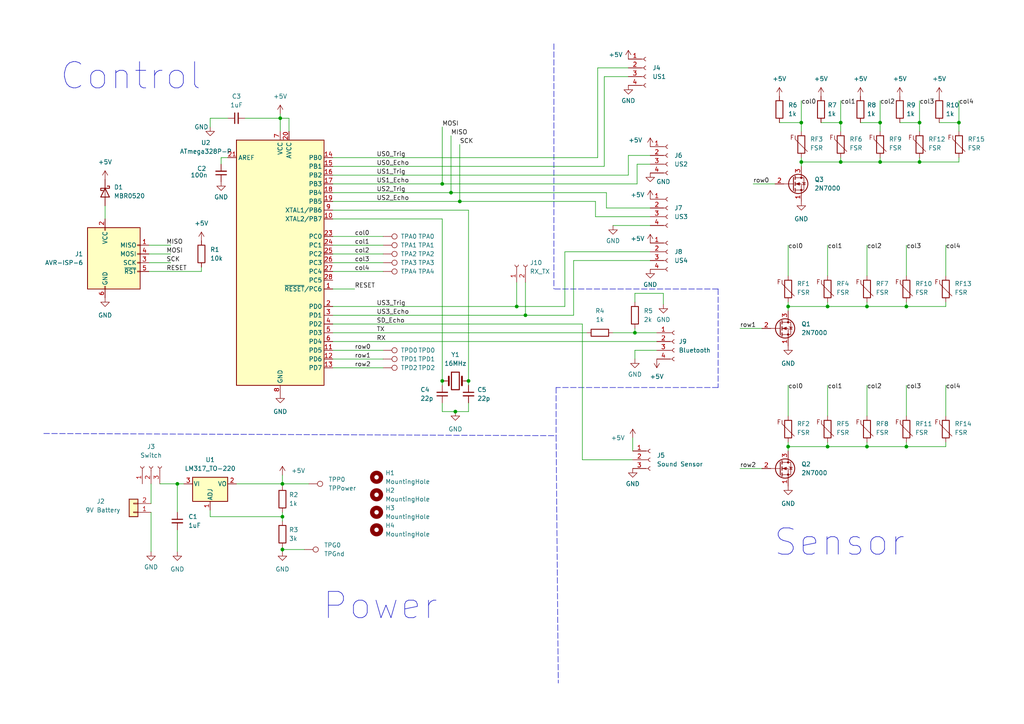
<source format=kicad_sch>
(kicad_sch (version 20211123) (generator eeschema)
  (paper "A4")
  (lib_symbols
    (symbol "Connector:AVR-ISP-6" (pin_names (offset 1.016))
      (property "Reference" "J" (at -6.35 11.43 0))
      (property "Value" "AVR-ISP-6" (at 0 11.43 0))
      (symbol "AVR-ISP-6_0_1"
        (rectangle (start -2.667 -6.858) (end -2.413 -7.62))
        (rectangle (start -2.667 10.16) (end -2.413 9.398))
        (rectangle (start 7.62 -2.413) (end 6.858 -2.667))
        (rectangle (start 7.62 0.127) (end 6.858 -0.127))
        (rectangle (start 7.62 2.667) (end 6.858 2.413))
        (rectangle (start 7.62 5.207) (end 6.858 4.953))
        (rectangle (start 7.62 10.16) (end -7.62 -7.62) (stroke (width 0.254)) (fill (type background)))
      )
      (symbol "AVR-ISP-6_1_1"
        (pin passive line (at 10.16 5.08 180) (length 2.54) (name "MISO") (number "1"))
        (pin passive line (at -2.54 12.7 270) (length 2.54) (name "VCC") (number "2"))
        (pin passive line (at 10.16 0 180) (length 2.54) (name "SCK") (number "3"))
        (pin passive line (at 10.16 2.54 180) (length 2.54) (name "MOSI") (number "4"))
        (pin passive line (at 10.16 -2.54 180) (length 2.54) (name "~{RST}") (number "5"))
        (pin passive line (at -2.54 -10.16 90) (length 2.54) (name "GND") (number "6"))
      )
    )
    (symbol "Connector:Conn_01x02_Female" (pin_names (offset 1.016) hide)
      (property "Reference" "J" (at 0 2.54 0))
      (property "Value" "Conn_01x02_Female" (at 0 -5.08 0))
      (symbol "Conn_01x02_Female_1_1"
        (arc (start 0 -2.032) (mid -0.508 -2.54) (end 0 -3.048) (stroke (width 0.1524)))
        (polyline (pts (xy -1.27 -2.54) (xy -0.508 -2.54)) (stroke (width 0.1524)))
        (polyline (pts (xy -1.27 0) (xy -0.508 0)) (stroke (width 0.1524)))
        (arc (start 0 0.508) (mid -0.508 0) (end 0 -0.508) (stroke (width 0.1524)))
        (pin passive line (at -5.08 0 0) (length 3.81) (name "Pin_1") (number "1"))
        (pin passive line (at -5.08 -2.54 0) (length 3.81) (name "Pin_2") (number "2"))
      )
    )
    (symbol "Connector:Conn_01x03_Female" (pin_names (offset 1.016) hide)
      (property "Reference" "J" (at 0 5.08 0))
      (property "Value" "Conn_01x03_Female" (at 0 -5.08 0))
      (symbol "Conn_01x03_Female_1_1"
        (arc (start 0 -2.032) (mid -0.508 -2.54) (end 0 -3.048) (stroke (width 0.1524)))
        (polyline (pts (xy -1.27 -2.54) (xy -0.508 -2.54)) (stroke (width 0.1524)))
        (polyline (pts (xy -1.27 0) (xy -0.508 0)) (stroke (width 0.1524)))
        (polyline (pts (xy -1.27 2.54) (xy -0.508 2.54)) (stroke (width 0.1524)))
        (arc (start 0 0.508) (mid -0.508 0) (end 0 -0.508) (stroke (width 0.1524)))
        (arc (start 0 3.048) (mid -0.508 2.54) (end 0 2.032) (stroke (width 0.1524)))
        (pin passive line (at -5.08 2.54 0) (length 3.81) (name "Pin_1") (number "1"))
        (pin passive line (at -5.08 0 0) (length 3.81) (name "Pin_2") (number "2"))
        (pin passive line (at -5.08 -2.54 0) (length 3.81) (name "Pin_3") (number "3"))
      )
    )
    (symbol "Connector:Conn_01x04_Female" (pin_names (offset 1.016) hide)
      (property "Reference" "J" (at 0 5.08 0))
      (property "Value" "Conn_01x04_Female" (at 0 -7.62 0))
      (symbol "Conn_01x04_Female_1_1"
        (arc (start 0 -4.572) (mid -0.508 -5.08) (end 0 -5.588) (stroke (width 0.1524)))
        (arc (start 0 -2.032) (mid -0.508 -2.54) (end 0 -3.048) (stroke (width 0.1524)))
        (polyline (pts (xy -1.27 -5.08) (xy -0.508 -5.08)) (stroke (width 0.1524)))
        (polyline (pts (xy -1.27 -2.54) (xy -0.508 -2.54)) (stroke (width 0.1524)))
        (polyline (pts (xy -1.27 0) (xy -0.508 0)) (stroke (width 0.1524)))
        (polyline (pts (xy -1.27 2.54) (xy -0.508 2.54)) (stroke (width 0.1524)))
        (arc (start 0 0.508) (mid -0.508 0) (end 0 -0.508) (stroke (width 0.1524)))
        (arc (start 0 3.048) (mid -0.508 2.54) (end 0 2.032) (stroke (width 0.1524)))
        (pin passive line (at -5.08 2.54 0) (length 3.81) (name "Pin_1") (number "1"))
        (pin passive line (at -5.08 0 0) (length 3.81) (name "Pin_2") (number "2"))
        (pin passive line (at -5.08 -2.54 0) (length 3.81) (name "Pin_3") (number "3"))
        (pin passive line (at -5.08 -5.08 0) (length 3.81) (name "Pin_4") (number "4"))
      )
    )
    (symbol "Connector:TestPoint" (pin_numbers hide) (pin_names (offset 0.762) hide)
      (property "Reference" "TP" (at 0 6.858 0))
      (property "Value" "TestPoint" (at 0 5.08 0))
      (symbol "TestPoint_0_1"
        (circle (center 0 3.302) (radius 0.762))
      )
      (symbol "TestPoint_1_1"
        (pin passive line (at 0 0 90) (length 2.54) (name "1") (number "1"))
      )
    )
    (symbol "Connector_Generic:Conn_01x02" (pin_names (offset 1.016) hide)
      (property "Reference" "J" (at 0 2.54 0))
      (property "Value" "Conn_01x02" (at 0 -5.08 0))
      (symbol "Conn_01x02_1_1"
        (rectangle (start -1.27 -2.413) (end 0 -2.667) (stroke (width 0.1524)))
        (rectangle (start -1.27 0.127) (end 0 -0.127) (stroke (width 0.1524)))
        (rectangle (start -1.27 1.27) (end 1.27 -3.81) (stroke (width 0.254)) (fill (type background)))
        (pin passive line (at -5.08 0 0) (length 3.81) (name "Pin_1") (number "1"))
        (pin passive line (at -5.08 -2.54 0) (length 3.81) (name "Pin_2") (number "2"))
      )
    )
    (symbol "Device:C_Small" (pin_numbers hide) (pin_names (offset 0.254) hide)
      (property "Reference" "C" (at 0.254 1.778 0))
      (property "Value" "C_Small" (at 0.254 -2.032 0))
      (symbol "C_Small_0_1"
        (polyline (pts (xy -1.524 -0.508) (xy 1.524 -0.508)) (stroke (width 0.3302)))
        (polyline (pts (xy -1.524 0.508) (xy 1.524 0.508)) (stroke (width 0.3048)))
      )
      (symbol "C_Small_1_1"
        (pin passive line (at 0 2.54 270) (length 2.032) (name "~") (number "1"))
        (pin passive line (at 0 -2.54 90) (length 2.032) (name "~") (number "2"))
      )
    )
    (symbol "Device:Crystal" (pin_numbers hide) (pin_names (offset 1.016) hide)
      (property "Reference" "Y" (at 0 3.81 0))
      (property "Value" "Crystal" (at 0 -3.81 0))
      (symbol "Crystal_0_1"
        (rectangle (start -1.143 2.54) (end 1.143 -2.54) (stroke (width 0.3048)))
        (polyline (pts (xy -2.54 0) (xy -1.905 0)))
        (polyline (pts (xy -1.905 -1.27) (xy -1.905 1.27)) (stroke (width 0.508)))
        (polyline (pts (xy 1.905 -1.27) (xy 1.905 1.27)) (stroke (width 0.508)))
        (polyline (pts (xy 2.54 0) (xy 1.905 0)))
      )
      (symbol "Crystal_1_1"
        (pin passive line (at -3.81 0 0) (length 1.27) (name "1") (number "1"))
        (pin passive line (at 3.81 0 180) (length 1.27) (name "2") (number "2"))
      )
    )
    (symbol "Device:R" (pin_numbers hide) (pin_names (offset 0))
      (property "Reference" "R" (at 2.032 0 90))
      (property "Value" "R" (at 0 0 90))
      (symbol "R_0_1"
        (rectangle (start -1.016 -2.54) (end 1.016 2.54) (stroke (width 0.254)))
      )
      (symbol "R_1_1"
        (pin passive line (at 0 3.81 270) (length 1.27) (name "~") (number "1"))
        (pin passive line (at 0 -3.81 90) (length 1.27) (name "~") (number "2"))
      )
    )
    (symbol "Diode:MBR0520" (pin_numbers hide) (pin_names (offset 1.016) hide)
      (property "Reference" "D" (at 0 2.54 0))
      (property "Value" "MBR0520" (at 0 -2.54 0))
      (symbol "MBR0520_0_1"
        (polyline (pts (xy 1.27 0) (xy -1.27 0)))
        (polyline (pts (xy 1.27 1.27) (xy 1.27 -1.27) (xy -1.27 0) (xy 1.27 1.27)) (stroke (width 0.254)))
        (polyline (pts (xy -1.905 0.635) (xy -1.905 1.27) (xy -1.27 1.27) (xy -1.27 -1.27) (xy -0.635 -1.27) (xy -0.635 -0.635)) (stroke (width 0.254)))
      )
      (symbol "MBR0520_1_1"
        (pin passive line (at -3.81 0 0) (length 2.54) (name "K") (number "1"))
        (pin passive line (at 3.81 0 180) (length 2.54) (name "A") (number "2"))
      )
    )
    (symbol "MCU_Microchip_ATmega:ATmega328P-P"
      (property "Reference" "U" (at -12.7 36.83 0))
      (property "Value" "ATmega328P-P" (at 2.54 -36.83 0))
      (symbol "ATmega328P-P_0_1"
        (rectangle (start -12.7 -35.56) (end 12.7 35.56) (stroke (width 0.254)) (fill (type background)))
      )
      (symbol "ATmega328P-P_1_1"
        (pin bidirectional line (at 15.24 -7.62 180) (length 2.54) (name "~{RESET}/PC6") (number "1"))
        (pin bidirectional line (at 15.24 12.7 180) (length 2.54) (name "XTAL2/PB7") (number "10"))
        (pin bidirectional line (at 15.24 -25.4 180) (length 2.54) (name "PD5") (number "11"))
        (pin bidirectional line (at 15.24 -27.94 180) (length 2.54) (name "PD6") (number "12"))
        (pin bidirectional line (at 15.24 -30.48 180) (length 2.54) (name "PD7") (number "13"))
        (pin bidirectional line (at 15.24 30.48 180) (length 2.54) (name "PB0") (number "14"))
        (pin bidirectional line (at 15.24 27.94 180) (length 2.54) (name "PB1") (number "15"))
        (pin bidirectional line (at 15.24 25.4 180) (length 2.54) (name "PB2") (number "16"))
        (pin bidirectional line (at 15.24 22.86 180) (length 2.54) (name "PB3") (number "17"))
        (pin bidirectional line (at 15.24 20.32 180) (length 2.54) (name "PB4") (number "18"))
        (pin bidirectional line (at 15.24 17.78 180) (length 2.54) (name "PB5") (number "19"))
        (pin bidirectional line (at 15.24 -12.7 180) (length 2.54) (name "PD0") (number "2"))
        (pin power_in line (at 2.54 38.1 270) (length 2.54) (name "AVCC") (number "20"))
        (pin passive line (at -15.24 30.48 0) (length 2.54) (name "AREF") (number "21"))
        (pin passive line (at 0 -38.1 90) (length 2.54) hide (name "GND") (number "22"))
        (pin bidirectional line (at 15.24 7.62 180) (length 2.54) (name "PC0") (number "23"))
        (pin bidirectional line (at 15.24 5.08 180) (length 2.54) (name "PC1") (number "24"))
        (pin bidirectional line (at 15.24 2.54 180) (length 2.54) (name "PC2") (number "25"))
        (pin bidirectional line (at 15.24 0 180) (length 2.54) (name "PC3") (number "26"))
        (pin bidirectional line (at 15.24 -2.54 180) (length 2.54) (name "PC4") (number "27"))
        (pin bidirectional line (at 15.24 -5.08 180) (length 2.54) (name "PC5") (number "28"))
        (pin bidirectional line (at 15.24 -15.24 180) (length 2.54) (name "PD1") (number "3"))
        (pin bidirectional line (at 15.24 -17.78 180) (length 2.54) (name "PD2") (number "4"))
        (pin bidirectional line (at 15.24 -20.32 180) (length 2.54) (name "PD3") (number "5"))
        (pin bidirectional line (at 15.24 -22.86 180) (length 2.54) (name "PD4") (number "6"))
        (pin power_in line (at 0 38.1 270) (length 2.54) (name "VCC") (number "7"))
        (pin power_in line (at 0 -38.1 90) (length 2.54) (name "GND") (number "8"))
        (pin bidirectional line (at 15.24 15.24 180) (length 2.54) (name "XTAL1/PB6") (number "9"))
      )
    )
    (symbol "Mechanical:MountingHole" (pin_names (offset 1.016))
      (property "Reference" "H" (at 0 5.08 0))
      (property "Value" "MountingHole" (at 0 3.175 0))
      (symbol "MountingHole_0_1"
        (circle (center 0 0) (radius 1.27) (stroke (width 1.27)))
      )
    )
    (symbol "Regulator_Linear:LM317_TO-220" (pin_names (offset 0.254))
      (property "Reference" "U" (at -3.81 3.175 0))
      (property "Value" "LM317_TO-220" (at 0 3.175 0))
      (symbol "LM317_TO-220_0_1"
        (rectangle (start -5.08 1.905) (end 5.08 -5.08) (stroke (width 0.254)) (fill (type background)))
      )
      (symbol "LM317_TO-220_1_1"
        (pin input line (at 0 -7.62 90) (length 2.54) (name "ADJ") (number "1"))
        (pin power_out line (at 7.62 0 180) (length 2.54) (name "VO") (number "2"))
        (pin power_in line (at -7.62 0 0) (length 2.54) (name "VI") (number "3"))
      )
    )
    (symbol "Transistor_FET:2N7000" (pin_names hide)
      (property "Reference" "Q" (at 5.08 1.905 0))
      (property "Value" "2N7000" (at 5.08 0 0))
      (symbol "2N7000_0_1"
        (polyline (pts (xy 0.254 0) (xy -2.54 0)))
        (polyline (pts (xy 0.254 1.905) (xy 0.254 -1.905)) (stroke (width 0.254)))
        (polyline (pts (xy 0.762 -1.27) (xy 0.762 -2.286)) (stroke (width 0.254)))
        (polyline (pts (xy 0.762 0.508) (xy 0.762 -0.508)) (stroke (width 0.254)))
        (polyline (pts (xy 0.762 2.286) (xy 0.762 1.27)) (stroke (width 0.254)))
        (polyline (pts (xy 2.54 2.54) (xy 2.54 1.778)))
        (polyline (pts (xy 2.54 -2.54) (xy 2.54 0) (xy 0.762 0)))
        (polyline (pts (xy 0.762 -1.778) (xy 3.302 -1.778) (xy 3.302 1.778) (xy 0.762 1.778)))
        (polyline (pts (xy 1.016 0) (xy 2.032 0.381) (xy 2.032 -0.381) (xy 1.016 0)) (fill (type outline)))
        (polyline (pts (xy 2.794 0.508) (xy 2.921 0.381) (xy 3.683 0.381) (xy 3.81 0.254)))
        (polyline (pts (xy 3.302 0.381) (xy 2.921 -0.254) (xy 3.683 -0.254) (xy 3.302 0.381)))
        (circle (center 1.651 0) (radius 2.794) (stroke (width 0.254)))
        (circle (center 2.54 -1.778) (radius 0.254) (fill (type outline)))
        (circle (center 2.54 1.778) (radius 0.254) (fill (type outline)))
      )
      (symbol "2N7000_1_1"
        (pin passive line (at 2.54 -5.08 90) (length 2.54) (name "S") (number "1"))
        (pin input line (at -5.08 0 0) (length 2.54) (name "G") (number "2"))
        (pin passive line (at 2.54 5.08 270) (length 2.54) (name "D") (number "3"))
      )
    )
    (symbol "fsr:FSR" (pin_numbers hide) (pin_names (offset 0) hide)
      (property "Reference" "RF" (at -3.302 0 90))
      (property "Value" "FSR" (at 2.54 0 90))
      (symbol "FSR_0_1"
        (rectangle (start -1.016 2.54) (end 1.016 -2.54) (stroke (width 0.254)))
        (polyline (pts (xy -1.778 2.54) (xy -1.778 1.524) (xy 1.778 -2.032)))
      )
      (symbol "FSR_1_1"
        (text "F" (at -2.032 2.032 0) (effects (font (size 1.27 1.27)) (justify right)))
        (pin passive line (at 0 3.81 270) (length 1.27) (name "~") (number "1"))
        (pin passive line (at 0 -3.81 90) (length 1.27) (name "~") (number "2"))
      )
    )
    (symbol "power:+5V" (power) (pin_names (offset 0))
      (property "Value" "+5V" (at 0 3.556 0))
      (symbol "+5V_0_1"
        (polyline (pts (xy -0.762 1.27) (xy 0 2.54)))
        (polyline (pts (xy 0 0) (xy 0 2.54)))
        (polyline (pts (xy 0 2.54) (xy 0.762 1.27)))
      )
      (symbol "+5V_1_1"
        (pin power_in line (at 0 0 90) (length 0) hide (name "+5V") (number "1"))
      )
    )
    (symbol "power:GND" (power) (pin_names (offset 0))
      (property "Value" "GND" (at 0 -3.81 0))
      (symbol "GND_0_1"
        (polyline (pts (xy 0 0) (xy 0 -1.27) (xy 1.27 -1.27) (xy 0 -2.54) (xy -1.27 -1.27) (xy 0 -1.27)))
      )
      (symbol "GND_1_1"
        (pin power_in line (at 0 0 270) (length 0) hide (name "GND") (number "1"))
      )
    )
  )
  (junction (at 243.84 46.99))
  (junction (at 81.915 140.335))
  (junction (at 51.435 140.335))
  (junction (at 266.7 35.56))
  (junction (at 81.28 34.29))
  (junction (at 262.89 129.54))
  (junction (at 243.84 35.56))
  (junction (at 278.13 35.56))
  (junction (at 262.89 88.9))
  (junction (at 255.27 35.56))
  (junction (at 81.915 159.385))
  (junction (at 251.46 88.9))
  (junction (at 240.03 129.54))
  (junction (at 133.35 58.42))
  (junction (at 152.4 91.44))
  (junction (at 240.03 88.9))
  (junction (at 128.27 110.49))
  (junction (at 149.86 88.9))
  (junction (at 135.89 110.49))
  (junction (at 228.6 129.54))
  (junction (at 251.46 129.54))
  (junction (at 81.915 149.86))
  (junction (at 255.27 46.99))
  (junction (at 130.81 55.88))
  (junction (at 132.08 119.38))
  (junction (at 266.7 46.99))
  (junction (at 128.27 53.34))
  (junction (at 184.15 96.52))
  (junction (at 232.41 35.56))
  (junction (at 228.6 88.9))
  (junction (at 232.41 46.99))
  (wire (pts (xy 43.18 76.2) (xy 49.53 76.2)))
  (wire (pts (xy 96.52 63.5) (xy 128.27 63.5)))
  (wire (pts (xy 278.13 29.21) (xy 278.13 35.56)))
  (wire (pts (xy 272.415 35.56) (xy 278.13 35.56)))
  (wire (pts (xy 130.81 39.37) (xy 130.81 55.88)))
  (wire (pts (xy 68.58 140.335) (xy 81.915 140.335)))
  (wire (pts (xy 232.41 45.72) (xy 232.41 46.99)))
  (wire (pts (xy 232.41 29.21) (xy 232.41 35.56)))
  (wire (pts (xy 81.28 34.29) (xy 81.28 33.02)))
  (wire (pts (xy 175.895 60.325) (xy 188.595 60.325)))
  (wire (pts (xy 172.72 58.42) (xy 172.72 62.865)))
  (wire (pts (xy 166.37 75.565) (xy 166.37 91.44)))
  (wire (pts (xy 262.89 71.12) (xy 262.89 80.01)))
  (wire (pts (xy 175.895 55.88) (xy 175.895 60.325)))
  (wire (pts (xy 228.6 129.54) (xy 228.6 130.81)))
  (wire (pts (xy 96.52 53.34) (xy 128.27 53.34)))
  (wire (pts (xy 60.96 34.29) (xy 60.96 36.83)))
  (wire (pts (xy 173.355 19.685) (xy 173.355 45.72)))
  (wire (pts (xy 240.03 88.9) (xy 251.46 88.9)))
  (wire (pts (xy 64.135 45.72) (xy 64.135 47.625)))
  (wire (pts (xy 96.52 96.52) (xy 170.18 96.52)))
  (wire (pts (xy 240.03 128.27) (xy 240.03 129.54)))
  (wire (pts (xy 132.08 119.38) (xy 135.89 119.38)))
  (wire (pts (xy 51.435 148.59) (xy 51.435 140.335)))
  (wire (pts (xy 251.46 71.12) (xy 251.46 80.01)))
  (wire (pts (xy 168.91 133.35) (xy 183.515 133.35)))
  (wire (pts (xy 228.6 111.76) (xy 228.6 120.65)))
  (wire (pts (xy 96.52 101.6) (xy 111.125 101.6)))
  (wire (pts (xy 274.32 71.12) (xy 274.32 80.01)))
  (wire (pts (xy 262.89 111.76) (xy 262.89 120.65)))
  (wire (pts (xy 58.42 78.74) (xy 58.42 77.47)))
  (wire (pts (xy 168.91 93.98) (xy 168.91 133.35)))
  (wire (pts (xy 173.355 19.685) (xy 182.245 19.685)))
  (wire (pts (xy 43.18 78.74) (xy 58.42 78.74)))
  (polyline (pts (xy 161.29 112.395) (xy 161.29 126.365)))
  (wire (pts (xy 96.52 50.8) (xy 182.245 50.8)))
  (wire (pts (xy 188.595 65.405) (xy 177.8 65.405)))
  (polyline (pts (xy 208.28 112.395) (xy 161.29 112.395)))
  (wire (pts (xy 274.32 129.54) (xy 274.32 128.27)))
  (wire (pts (xy 232.41 46.99) (xy 232.41 48.26)))
  (wire (pts (xy 43.18 73.66) (xy 49.53 73.66)))
  (wire (pts (xy 249.555 35.56) (xy 255.27 35.56)))
  (polyline (pts (xy 12.7 125.73) (xy 161.29 126.365)))
  (wire (pts (xy 89.535 140.335) (xy 81.915 140.335)))
  (wire (pts (xy 81.915 149.86) (xy 81.915 151.13)))
  (wire (pts (xy 262.89 129.54) (xy 274.32 129.54)))
  (wire (pts (xy 96.52 58.42) (xy 133.35 58.42)))
  (wire (pts (xy 228.6 87.63) (xy 228.6 88.9)))
  (wire (pts (xy 182.245 50.8) (xy 182.245 45.085)))
  (wire (pts (xy 266.7 46.99) (xy 266.7 45.72)))
  (wire (pts (xy 96.52 99.06) (xy 190.5 99.06)))
  (wire (pts (xy 190.5 101.6) (xy 184.15 101.6)))
  (wire (pts (xy 214.63 135.89) (xy 220.98 135.89)))
  (wire (pts (xy 130.81 55.88) (xy 175.895 55.88)))
  (wire (pts (xy 135.89 60.96) (xy 96.52 60.96)))
  (wire (pts (xy 51.435 153.67) (xy 51.435 160.02)))
  (polyline (pts (xy 161.29 126.365) (xy 161.925 198.12)))
  (wire (pts (xy 83.82 34.29) (xy 81.28 34.29)))
  (wire (pts (xy 240.03 87.63) (xy 240.03 88.9)))
  (wire (pts (xy 243.84 45.72) (xy 243.84 46.99)))
  (wire (pts (xy 243.84 46.99) (xy 255.27 46.99)))
  (wire (pts (xy 81.915 148.59) (xy 81.915 149.86)))
  (wire (pts (xy 184.15 96.52) (xy 177.8 96.52)))
  (wire (pts (xy 251.46 88.9) (xy 251.46 87.63)))
  (wire (pts (xy 128.27 36.83) (xy 128.27 53.34)))
  (wire (pts (xy 262.89 129.54) (xy 262.89 128.27)))
  (wire (pts (xy 135.89 119.38) (xy 135.89 116.84)))
  (wire (pts (xy 43.18 71.12) (xy 49.53 71.12)))
  (wire (pts (xy 240.03 129.54) (xy 251.46 129.54)))
  (wire (pts (xy 132.08 119.38) (xy 128.27 119.38)))
  (wire (pts (xy 66.04 34.29) (xy 60.96 34.29)))
  (wire (pts (xy 133.35 41.91) (xy 133.35 58.42)))
  (wire (pts (xy 214.63 95.25) (xy 220.98 95.25)))
  (wire (pts (xy 96.52 45.72) (xy 173.355 45.72)))
  (wire (pts (xy 240.03 71.12) (xy 240.03 80.01)))
  (polyline (pts (xy 160.655 12.7) (xy 160.655 83.82)))
  (wire (pts (xy 128.27 119.38) (xy 128.27 116.84)))
  (wire (pts (xy 218.44 53.34) (xy 224.79 53.34)))
  (wire (pts (xy 274.32 111.76) (xy 274.32 120.65)))
  (wire (pts (xy 81.915 137.795) (xy 81.915 140.335)))
  (wire (pts (xy 96.52 83.82) (xy 102.87 83.82)))
  (wire (pts (xy 255.27 46.99) (xy 255.27 45.72)))
  (wire (pts (xy 96.52 71.12) (xy 111.125 71.12)))
  (wire (pts (xy 71.12 34.29) (xy 81.28 34.29)))
  (wire (pts (xy 251.46 111.76) (xy 251.46 120.65)))
  (wire (pts (xy 255.27 35.56) (xy 255.27 38.1)))
  (wire (pts (xy 96.52 78.74) (xy 111.125 78.74)))
  (wire (pts (xy 240.03 111.76) (xy 240.03 120.65)))
  (wire (pts (xy 228.6 71.12) (xy 228.6 80.01)))
  (wire (pts (xy 96.52 88.9) (xy 149.86 88.9)))
  (wire (pts (xy 232.41 35.56) (xy 232.41 38.1)))
  (wire (pts (xy 190.5 96.52) (xy 184.15 96.52)))
  (wire (pts (xy 243.84 46.99) (xy 232.41 46.99)))
  (polyline (pts (xy 208.28 83.82) (xy 160.655 83.82)))
  (wire (pts (xy 43.815 148.59) (xy 43.815 160.02)))
  (wire (pts (xy 182.245 45.085) (xy 188.595 45.085)))
  (wire (pts (xy 184.785 53.34) (xy 184.785 47.625)))
  (wire (pts (xy 255.27 46.99) (xy 266.7 46.99)))
  (wire (pts (xy 226.06 35.56) (xy 232.41 35.56)))
  (wire (pts (xy 184.15 87.63) (xy 184.15 85.09)))
  (wire (pts (xy 133.35 58.42) (xy 172.72 58.42)))
  (wire (pts (xy 96.52 106.68) (xy 111.125 106.68)))
  (wire (pts (xy 192.405 85.09) (xy 192.405 88.265)))
  (wire (pts (xy 96.52 91.44) (xy 152.4 91.44)))
  (wire (pts (xy 184.15 101.6) (xy 184.15 104.14)))
  (wire (pts (xy 81.915 159.385) (xy 81.915 160.02)))
  (wire (pts (xy 184.785 47.625) (xy 188.595 47.625)))
  (wire (pts (xy 228.6 128.27) (xy 228.6 129.54)))
  (wire (pts (xy 66.04 45.72) (xy 64.135 45.72)))
  (wire (pts (xy 260.985 35.56) (xy 266.7 35.56)))
  (wire (pts (xy 266.7 35.56) (xy 266.7 38.1)))
  (wire (pts (xy 255.27 29.21) (xy 255.27 35.56)))
  (wire (pts (xy 266.7 46.99) (xy 278.13 46.99)))
  (wire (pts (xy 135.89 111.76) (xy 135.89 110.49)))
  (wire (pts (xy 175.26 22.225) (xy 182.245 22.225)))
  (wire (pts (xy 149.86 88.9) (xy 163.83 88.9)))
  (wire (pts (xy 266.7 29.21) (xy 266.7 35.56)))
  (wire (pts (xy 51.435 140.335) (xy 53.34 140.335)))
  (wire (pts (xy 243.84 29.21) (xy 243.84 35.56)))
  (wire (pts (xy 152.4 91.44) (xy 166.37 91.44)))
  (wire (pts (xy 43.815 140.335) (xy 43.815 146.05)))
  (wire (pts (xy 81.915 140.335) (xy 81.915 140.97)))
  (wire (pts (xy 81.915 158.75) (xy 81.915 159.385)))
  (wire (pts (xy 83.82 38.1) (xy 83.82 34.29)))
  (wire (pts (xy 30.48 59.69) (xy 30.48 63.5)))
  (wire (pts (xy 251.46 129.54) (xy 251.46 128.27)))
  (wire (pts (xy 128.27 53.34) (xy 184.785 53.34)))
  (wire (pts (xy 228.6 88.9) (xy 228.6 90.17)))
  (wire (pts (xy 183.515 127) (xy 183.515 130.81)))
  (wire (pts (xy 262.89 88.9) (xy 262.89 87.63)))
  (wire (pts (xy 251.46 88.9) (xy 262.89 88.9)))
  (wire (pts (xy 172.72 62.865) (xy 188.595 62.865)))
  (wire (pts (xy 149.86 81.915) (xy 149.86 88.9)))
  (wire (pts (xy 152.4 81.915) (xy 152.4 91.44)))
  (wire (pts (xy 240.03 88.9) (xy 228.6 88.9)))
  (wire (pts (xy 128.27 111.76) (xy 128.27 110.49)))
  (wire (pts (xy 96.52 93.98) (xy 168.91 93.98)))
  (wire (pts (xy 60.96 149.86) (xy 81.915 149.86)))
  (wire (pts (xy 96.52 48.26) (xy 175.26 48.26)))
  (wire (pts (xy 96.52 73.66) (xy 111.125 73.66)))
  (wire (pts (xy 96.52 76.2) (xy 111.125 76.2)))
  (wire (pts (xy 278.13 35.56) (xy 278.13 38.1)))
  (wire (pts (xy 60.96 147.955) (xy 60.96 149.86)))
  (wire (pts (xy 278.13 46.99) (xy 278.13 45.72)))
  (wire (pts (xy 96.52 55.88) (xy 130.81 55.88)))
  (wire (pts (xy 88.265 159.385) (xy 81.915 159.385)))
  (wire (pts (xy 135.89 110.49) (xy 135.89 60.96)))
  (wire (pts (xy 163.83 73.025) (xy 188.595 73.025)))
  (wire (pts (xy 163.83 88.9) (xy 163.83 73.025)))
  (wire (pts (xy 274.32 88.9) (xy 274.32 87.63)))
  (wire (pts (xy 175.26 22.225) (xy 175.26 48.26)))
  (wire (pts (xy 262.89 88.9) (xy 274.32 88.9)))
  (wire (pts (xy 46.355 140.335) (xy 51.435 140.335)))
  (wire (pts (xy 243.84 35.56) (xy 243.84 38.1)))
  (wire (pts (xy 184.15 85.09) (xy 192.405 85.09)))
  (wire (pts (xy 96.52 68.58) (xy 111.125 68.58)))
  (wire (pts (xy 184.15 95.25) (xy 184.15 96.52)))
  (wire (pts (xy 238.125 35.56) (xy 243.84 35.56)))
  (polyline (pts (xy 208.28 83.82) (xy 208.28 112.395)))
  (wire (pts (xy 188.595 75.565) (xy 166.37 75.565)))
  (wire (pts (xy 251.46 129.54) (xy 262.89 129.54)))
  (wire (pts (xy 96.52 104.14) (xy 111.125 104.14)))
  (wire (pts (xy 240.03 129.54) (xy 228.6 129.54)))
  (wire (pts (xy 81.28 38.1) (xy 81.28 34.29)))
  (wire (pts (xy 128.27 63.5) (xy 128.27 110.49)))
  (text "Control" (at 17.145 26.67 0) (effects (font (size 7.62 7.62)) (justify left bottom)))
  (text "Sensor" (at 224.155 161.925 0) (effects (font (size 7.62 7.62)) (justify left bottom)))
  (text "Power" (at 93.345 180.34 0) (effects (font (size 7.62 7.62)) (justify left bottom)))
  (label "row2" (at 102.87 106.68 0))
  (label "US0_Trig" (at 109.22 45.72 0))
  (label "row1" (at 214.63 95.25 0))
  (label "col0" (at 232.41 30.48 0))
  (label "col0" (at 228.6 72.39 0))
  (label "RX" (at 109.22 99.06 0))
  (label "TX" (at 109.22 96.52 0))
  (label "col0" (at 102.87 68.58 0))
  (label "col4" (at 274.32 113.03 0))
  (label "row0" (at 102.87 101.6 0))
  (label "MISO" (at 130.81 39.37 0))
  (label "col1" (at 240.03 113.03 0))
  (label "col2" (at 251.46 113.03 0))
  (label "row1" (at 102.87 104.14 0))
  (label "RESET" (at 102.87 83.82 0))
  (label "col1" (at 102.87 71.12 0))
  (label "col2" (at 102.87 73.66 0))
  (label "col3" (at 262.89 72.39 0))
  (label "col3" (at 102.87 76.2 0))
  (label "US0_Echo" (at 109.22 48.26 0))
  (label "col0" (at 228.6 113.03 0))
  (label "col4" (at 102.87 78.74 0))
  (label "RESET" (at 48.26 78.74 0))
  (label "US1_Trig" (at 109.22 50.8 0))
  (label "US2_Trig" (at 109.22 55.88 0))
  (label "col2" (at 255.27 30.48 0))
  (label "US2_Echo" (at 109.22 58.42 0))
  (label "MOSI" (at 128.27 36.83 0))
  (label "US1_Echo" (at 109.22 53.34 0))
  (label "col2" (at 251.46 72.39 0))
  (label "col3" (at 266.7 30.48 0))
  (label "SCK" (at 48.26 76.2 0))
  (label "col3" (at 262.89 113.03 0))
  (label "col1" (at 243.84 30.48 0))
  (label "US3_Trig" (at 109.22 88.9 0))
  (label "MISO" (at 48.26 71.12 0))
  (label "col4" (at 278.13 30.48 0))
  (label "col4" (at 274.32 72.39 0))
  (label "SD_Echo" (at 109.22 93.98 0))
  (label "US3_Echo" (at 109.22 91.44 0))
  (label "SCK" (at 133.35 41.91 0))
  (label "col1" (at 240.03 72.39 0))
  (label "row2" (at 214.63 135.89 0))
  (label "MOSI" (at 48.26 73.66 0))
  (label "row0" (at 218.44 53.34 0))
  (symbol (lib_id "power:GND") (at 228.6 140.97 0) (unit 1)
    (property "Reference" "#PWR028" (effects hide))
    (property "Value" "GND" (at 228.6 146.05 0))
  )
  (symbol (lib_id "power:GND") (at 64.135 52.705 0) (unit 1)
    (property "Reference" "#PWR07" (effects hide))
    (property "Value" "GND" (at 64.135 57.15 0))
  )
  (symbol (lib_id "Transistor_FET:2N7000") (at 226.06 135.89 0) (unit 1)
    (property "Reference" "Q2" (at 232.41 134.6199 0) (effects (justify left)))
    (property "Value" "2N7000" (at 232.41 137.1599 0) (effects (justify left)))
    (property "Footprint" "Package_TO_SOT_THT:TO-92_Inline" (effects hide))
    (property "Datasheet" "https://www.vishay.com/docs/70226/70226.pdf" (effects hide))
  )
  (symbol (lib_id "Connector:TestPoint") (at 111.125 101.6 270) (unit 1)
    (property "Reference" "TPD0" (at 116.205 101.6 90) (effects (justify left)))
    (property "Value" "TPD0" (at 121.285 101.6 90) (effects (justify left)))
    (property "Footprint" "TestPoint:TestPoint_THTPad_2.5x2.5mm_Drill1.2mm" (effects hide))
  )
  (symbol (lib_id "MCU_Microchip_ATmega:ATmega328P-P") (at 81.28 76.2 0) (unit 1)
    (property "Reference" "U2" (at 59.69 41.3893 0))
    (property "Value" "ATmega328P-P" (at 59.69 43.9293 0))
    (property "Footprint" "Package_DIP:DIP-28_W7.62mm" (effects hide))
    (property "Datasheet" "http://ww1.microchip.com/downloads/en/DeviceDoc/ATmega328_P%20AVR%20MCU%20with%20picoPower%20Technology%20Data%20Sheet%2040001984A.pdf" (effects hide))
  )
  (symbol (lib_id "power:+5V") (at 272.415 27.94 0) (unit 1)
    (property "Reference" "#PWR033" (effects hide))
    (property "Value" "+5V" (at 272.415 22.86 0))
  )
  (symbol (lib_id "power:GND") (at 81.28 114.3 0) (unit 1)
    (property "Reference" "#PWR09" (effects hide))
    (property "Value" "GND" (at 81.28 119.38 0))
  )
  (symbol (lib_id "power:+5V") (at 249.555 27.94 0) (unit 1)
    (property "Reference" "#PWR031" (effects hide))
    (property "Value" "+5V" (at 249.555 22.86 0))
  )
  (symbol (lib_id "Device:C_Small") (at 68.58 34.29 90) (unit 1)
    (property "Reference" "C3" (at 68.5863 27.94 90))
    (property "Value" "1uF" (at 68.5863 30.48 90))
    (property "Footprint" "Capacitor_THT:C_Disc_D7.5mm_W5.0mm_P5.00mm" (effects hide))
  )
  (symbol (lib_id "fsr:FSR") (at 240.03 124.46 0) (unit 1)
    (property "Reference" "RF5" (at 242.57 122.9366 0) (effects (justify left)))
    (property "Value" "FSR" (at 242.57 125.4766 0) (effects (justify left)))
    (property "Footprint" "Resistor_THT:R_Axial_DIN0204_L3.6mm_D1.6mm_P5.08mm_Vertical" (effects hide))
  )
  (symbol (lib_id "fsr:FSR") (at 232.41 41.91 0) (unit 1)
    (property "Reference" "RF3" (at 234.95 40.3866 0) (effects (justify left)))
    (property "Value" "FSR" (at 234.95 42.9266 0) (effects (justify left)))
    (property "Footprint" "Resistor_THT:R_Axial_DIN0204_L3.6mm_D1.6mm_P5.08mm_Vertical" (effects hide))
  )
  (symbol (lib_id "Device:R") (at 238.125 31.75 0) (unit 1)
    (property "Reference" "R7" (at 240.03 30.4799 0) (effects (justify left)))
    (property "Value" "1k" (at 240.03 33.0199 0) (effects (justify left)))
    (property "Footprint" "Resistor_THT:R_Axial_DIN0207_L6.3mm_D2.5mm_P10.16mm_Horizontal" (effects hide))
  )
  (symbol (lib_id "power:GND") (at 51.435 160.02 0) (unit 1)
    (property "Reference" "#PWR04" (effects hide))
    (property "Value" "GND" (at 51.435 165.1 0))
  )
  (symbol (lib_id "power:+5V") (at 182.245 17.145 0) (unit 1)
    (property "Reference" "#PWR014" (effects hide))
    (property "Value" "+5V" (at 176.53 15.875 0) (effects (justify left)))
  )
  (symbol (lib_id "Device:C_Small") (at 128.27 114.3 180) (unit 1)
    (property "Reference" "C4" (at 121.92 113.03 0) (effects (justify right)))
    (property "Value" "22p" (at 121.92 115.57 0) (effects (justify right)))
    (property "Footprint" "Capacitor_THT:C_Disc_D7.5mm_W5.0mm_P5.00mm" (effects hide))
  )
  (symbol (lib_id "Connector:TestPoint") (at 111.125 68.58 270) (unit 1)
    (property "Reference" "TPA0" (at 116.205 68.58 90) (effects (justify left)))
    (property "Value" "TPA0" (at 121.285 68.58 90) (effects (justify left)))
    (property "Footprint" "TestPoint:TestPoint_THTPad_2.5x2.5mm_Drill1.2mm" (effects hide))
  )
  (symbol (lib_id "Connector:TestPoint") (at 111.125 71.12 270) (unit 1)
    (property "Reference" "TPA1" (at 116.205 71.12 90) (effects (justify left)))
    (property "Value" "TPA1" (at 121.285 71.12 90) (effects (justify left)))
    (property "Footprint" "TestPoint:TestPoint_THTPad_2.5x2.5mm_Drill1.2mm" (effects hide))
  )
  (symbol (lib_id "power:+5V") (at 260.985 27.94 0) (unit 1)
    (property "Reference" "#PWR032" (effects hide))
    (property "Value" "+5V" (at 260.985 22.86 0))
  )
  (symbol (lib_id "power:GND") (at 184.15 104.14 0) (unit 1)
    (property "Reference" "#PWR018" (effects hide))
    (property "Value" "GND" (at 184.15 108.585 0))
  )
  (symbol (lib_id "Transistor_FET:2N7000") (at 229.87 53.34 0) (unit 1)
    (property "Reference" "Q3" (at 236.22 52.0699 0) (effects (justify left)))
    (property "Value" "2N7000" (at 236.22 54.6099 0) (effects (justify left)))
    (property "Footprint" "Package_TO_SOT_THT:TO-92_Inline" (effects hide))
    (property "Datasheet" "https://www.vishay.com/docs/70226/70226.pdf" (effects hide))
  )
  (symbol (lib_id "power:GND") (at 183.515 135.89 0) (unit 1)
    (property "Reference" "#PWR017" (effects hide))
    (property "Value" "GND" (at 183.515 140.335 0))
  )
  (symbol (lib_id "Device:R") (at 260.985 31.75 0) (unit 1)
    (property "Reference" "R9" (at 262.89 30.4799 0) (effects (justify left)))
    (property "Value" "1k" (at 262.89 33.0199 0) (effects (justify left)))
    (property "Footprint" "Resistor_THT:R_Axial_DIN0207_L6.3mm_D2.5mm_P10.16mm_Horizontal" (effects hide))
  )
  (symbol (lib_id "Connector:TestPoint") (at 111.125 104.14 270) (unit 1)
    (property "Reference" "TPD1" (at 116.205 104.14 90) (effects (justify left)))
    (property "Value" "TPD1" (at 121.285 104.14 90) (effects (justify left)))
    (property "Footprint" "TestPoint:TestPoint_THTPad_2.5x2.5mm_Drill1.2mm" (effects hide))
  )
  (symbol (lib_id "power:+5V") (at 188.595 42.545 0) (unit 1)
    (property "Reference" "#PWR019" (effects hide))
    (property "Value" "+5V" (at 182.245 40.64 0) (effects (justify left)))
  )
  (symbol (lib_id "Connector:Conn_01x04_Female") (at 193.675 45.085 0) (unit 1)
    (property "Reference" "J6" (at 195.58 45.0849 0) (effects (justify left)))
    (property "Value" "US2" (at 195.58 47.6249 0) (effects (justify left)))
    (property "Footprint" "Connector_PinSocket_2.54mm:PinSocket_1x04_P2.54mm_Vertical" (effects hide))
  )
  (symbol (lib_id "Connector:AVR-ISP-6") (at 33.02 76.2 0) (unit 1)
    (property "Reference" "J1" (at 24.13 73.6599 0) (effects (justify right)))
    (property "Value" "AVR-ISP-6" (at 24.13 76.1999 0) (effects (justify right)))
    (property "Footprint" "Connector_IDC:IDC-Header_2x03_P2.54mm_Vertical" (effects hide))
    (property "Datasheet" " ~" (effects hide))
  )
  (symbol (lib_id "fsr:FSR") (at 251.46 124.46 0) (unit 1)
    (property "Reference" "RF8" (at 254 122.9366 0) (effects (justify left)))
    (property "Value" "FSR" (at 254 125.4766 0) (effects (justify left)))
    (property "Footprint" "Resistor_THT:R_Axial_DIN0204_L3.6mm_D1.6mm_P5.08mm_Vertical" (effects hide))
  )
  (symbol (lib_id "Device:Crystal") (at 132.08 110.49 0) (unit 1)
    (property "Reference" "Y1" (at 132.08 102.87 0))
    (property "Value" "16MHz" (at 132.08 105.41 0))
    (property "Footprint" "Crystal:Crystal_HC49-U_Vertical" (effects hide))
  )
  (symbol (lib_id "fsr:FSR") (at 274.32 83.82 0) (unit 1)
    (property "Reference" "RF13" (at 276.86 82.2966 0) (effects (justify left)))
    (property "Value" "FSR" (at 276.86 84.8366 0) (effects (justify left)))
    (property "Footprint" "Resistor_THT:R_Axial_DIN0204_L3.6mm_D1.6mm_P5.08mm_Vertical" (effects hide))
  )
  (symbol (lib_id "Device:R") (at 173.99 96.52 90) (unit 1)
    (property "Reference" "R4" (at 173.99 90.17 90))
    (property "Value" "1k" (at 173.99 92.71 90))
    (property "Footprint" "Resistor_THT:R_Axial_DIN0207_L6.3mm_D2.5mm_P10.16mm_Horizontal" (effects hide))
  )
  (symbol (lib_id "Connector:TestPoint") (at 111.125 76.2 270) (unit 1)
    (property "Reference" "TPA3" (at 121.285 76.2 90) (effects (justify left)))
    (property "Value" "TPA3" (at 116.205 76.2 90) (effects (justify left)))
    (property "Footprint" "TestPoint:TestPoint_THTPad_2.5x2.5mm_Drill1.2mm" (effects hide))
  )
  (symbol (lib_id "Connector:Conn_01x03_Female") (at 43.815 135.255 90) (unit 1)
    (property "Reference" "J3" (at 43.815 129.54 90))
    (property "Value" "Switch" (at 43.815 132.08 90))
    (property "Footprint" "Connector_PinSocket_2.54mm:PinSocket_1x03_P2.54mm_Vertical" (effects hide))
  )
  (symbol (lib_id "Device:R") (at 226.06 31.75 0) (unit 1)
    (property "Reference" "R6" (at 228.6 30.4799 0) (effects (justify left)))
    (property "Value" "1k" (at 228.6 33.0199 0) (effects (justify left)))
    (property "Footprint" "Resistor_THT:R_Axial_DIN0207_L6.3mm_D2.5mm_P10.16mm_Horizontal" (effects hide))
  )
  (symbol (lib_id "power:GND") (at 132.08 119.38 0) (unit 1)
    (property "Reference" "#PWR012" (effects hide))
    (property "Value" "GND" (at 132.08 124.46 0))
  )
  (symbol (lib_id "Connector:TestPoint") (at 111.125 106.68 270) (unit 1)
    (property "Reference" "TPD2" (at 116.205 106.68 90) (effects (justify left)))
    (property "Value" "TPD2" (at 121.285 106.68 90) (effects (justify left)))
    (property "Footprint" "TestPoint:TestPoint_THTPad_2.5x2.5mm_Drill1.2mm" (effects hide))
  )
  (symbol (lib_id "Connector:Conn_01x04_Female") (at 195.58 99.06 0) (unit 1)
    (property "Reference" "J9" (at 196.85 99.0599 0) (effects (justify left)))
    (property "Value" "Bluetooth" (at 196.85 101.5999 0) (effects (justify left)))
    (property "Footprint" "Connector_PinSocket_2.54mm:PinSocket_1x04_P2.54mm_Vertical" (effects hide))
  )
  (symbol (lib_id "fsr:FSR") (at 228.6 83.82 0) (unit 1)
    (property "Reference" "RF1" (at 231.14 82.2966 0) (effects (justify left)))
    (property "Value" "FSR" (at 231.14 84.8366 0) (effects (justify left)))
    (property "Footprint" "Resistor_THT:R_Axial_DIN0204_L3.6mm_D1.6mm_P5.08mm_Vertical" (effects hide))
  )
  (symbol (lib_id "fsr:FSR") (at 278.13 41.91 0) (unit 1)
    (property "Reference" "RF15" (at 280.67 40.3866 0) (effects (justify left)))
    (property "Value" "FSR" (at 280.67 42.9266 0) (effects (justify left)))
    (property "Footprint" "Resistor_THT:R_Axial_DIN0204_L3.6mm_D1.6mm_P5.08mm_Vertical" (effects hide))
  )
  (symbol (lib_id "power:GND") (at 43.815 160.02 0) (unit 1)
    (property "Reference" "#PWR03" (effects hide))
    (property "Value" "GND" (at 43.815 164.465 0))
  )
  (symbol (lib_id "Connector:Conn_01x03_Female") (at 188.595 133.35 0) (unit 1)
    (property "Reference" "J5" (at 190.5 132.0799 0) (effects (justify left)))
    (property "Value" "Sound Sensor" (at 190.5 134.6199 0) (effects (justify left)))
    (property "Footprint" "Connector_PinSocket_2.54mm:PinSocket_1x03_P2.54mm_Vertical" (effects hide))
  )
  (symbol (lib_id "Device:R") (at 81.915 154.94 0) (unit 1)
    (property "Reference" "R3" (at 83.82 153.6699 0) (effects (justify left)))
    (property "Value" "3k" (at 83.82 156.2099 0) (effects (justify left)))
    (property "Footprint" "Resistor_THT:R_Axial_DIN0207_L6.3mm_D2.5mm_P10.16mm_Horizontal" (effects hide))
  )
  (symbol (lib_id "power:GND") (at 232.41 58.42 0) (unit 1)
    (property "Reference" "#PWR029" (effects hide))
    (property "Value" "GND" (at 232.41 63.5 0))
  )
  (symbol (lib_id "Device:R") (at 184.15 91.44 180) (unit 1)
    (property "Reference" "R5" (at 186.69 90.1699 0) (effects (justify right)))
    (property "Value" "2k" (at 186.69 92.7099 0) (effects (justify right)))
    (property "Footprint" "Resistor_THT:R_Axial_DIN0207_L6.3mm_D2.5mm_P10.16mm_Horizontal" (effects hide))
  )
  (symbol (lib_id "Connector:TestPoint") (at 88.265 159.385 270) (unit 1)
    (property "Reference" "TPG0" (at 93.98 158.1149 90) (effects (justify left)))
    (property "Value" "TPGnd" (at 93.98 160.6549 90) (effects (justify left)))
    (property "Footprint" "TestPoint:TestPoint_THTPad_3.0x3.0mm_Drill1.5mm" (effects hide))
  )
  (symbol (lib_id "Transistor_FET:2N7000") (at 226.06 95.25 0) (unit 1)
    (property "Reference" "Q1" (at 232.41 93.9799 0) (effects (justify left)))
    (property "Value" "2N7000" (at 232.41 96.5199 0) (effects (justify left)))
    (property "Footprint" "Package_TO_SOT_THT:TO-92_Inline" (effects hide))
    (property "Datasheet" "https://www.vishay.com/docs/70226/70226.pdf" (effects hide))
  )
  (symbol (lib_id "Device:R") (at 58.42 73.66 0) (unit 1)
    (property "Reference" "R1" (at 60.96 72.3899 0) (effects (justify left)))
    (property "Value" "10k" (at 60.96 74.9299 0) (effects (justify left)))
    (property "Footprint" "Resistor_THT:R_Axial_DIN0207_L6.3mm_D2.5mm_P10.16mm_Horizontal" (effects hide))
  )
  (symbol (lib_id "Device:C_Small") (at 135.89 114.3 0) (unit 1)
    (property "Reference" "C5" (at 138.43 113.0362 0) (effects (justify left)))
    (property "Value" "22p" (at 138.43 115.5762 0) (effects (justify left)))
    (property "Footprint" "Capacitor_THT:C_Disc_D7.5mm_W5.0mm_P5.00mm" (effects hide))
  )
  (symbol (lib_id "power:+5V") (at 188.595 57.785 0) (unit 1)
    (property "Reference" "#PWR021" (effects hide))
    (property "Value" "+5V" (at 182.88 56.515 0) (effects (justify left)))
  )
  (symbol (lib_id "Connector:Conn_01x04_Female") (at 187.325 19.685 0) (unit 1)
    (property "Reference" "J4" (at 189.23 19.6849 0) (effects (justify left)))
    (property "Value" "US1" (at 189.23 22.2249 0) (effects (justify left)))
    (property "Footprint" "Connector_PinSocket_2.54mm:PinSocket_1x04_P2.54mm_Vertical" (effects hide))
  )
  (symbol (lib_id "Device:C_Small") (at 51.435 151.13 0) (unit 1)
    (property "Reference" "C1" (at 54.61 149.8662 0) (effects (justify left)))
    (property "Value" "1uF" (at 54.61 152.4062 0) (effects (justify left)))
    (property "Footprint" "Capacitor_THT:C_Disc_D7.5mm_W5.0mm_P5.00mm" (effects hide))
  )
  (symbol (lib_id "Device:C_Small") (at 64.135 50.165 180) (unit 1)
    (property "Reference" "C2" (at 57.15 48.895 0) (effects (justify right)))
    (property "Value" "100n" (at 55.245 50.8 0) (effects (justify right)))
    (property "Footprint" "Capacitor_THT:C_Disc_D7.5mm_W5.0mm_P5.00mm" (effects hide))
  )
  (symbol (lib_id "Device:R") (at 249.555 31.75 0) (unit 1)
    (property "Reference" "R8" (at 251.46 30.4799 0) (effects (justify left)))
    (property "Value" "1k" (at 251.46 33.0199 0) (effects (justify left)))
    (property "Footprint" "Resistor_THT:R_Axial_DIN0207_L6.3mm_D2.5mm_P10.16mm_Horizontal" (effects hide))
  )
  (symbol (lib_id "fsr:FSR") (at 240.03 83.82 0) (unit 1)
    (property "Reference" "RF4" (at 242.57 82.2966 0) (effects (justify left)))
    (property "Value" "FSR" (at 242.57 84.8366 0) (effects (justify left)))
    (property "Footprint" "Resistor_THT:R_Axial_DIN0204_L3.6mm_D1.6mm_P5.08mm_Vertical" (effects hide))
  )
  (symbol (lib_id "power:+5V") (at 188.595 70.485 0) (unit 1)
    (property "Reference" "#PWR022" (effects hide))
    (property "Value" "+5V" (at 182.88 69.215 0) (effects (justify left)))
  )
  (symbol (lib_id "Connector:TestPoint") (at 111.125 73.66 270) (unit 1)
    (property "Reference" "TPA2" (at 116.205 73.66 90) (effects (justify left)))
    (property "Value" "TPA2" (at 121.285 73.66 90) (effects (justify left)))
    (property "Footprint" "TestPoint:TestPoint_THTPad_2.5x2.5mm_Drill1.2mm" (effects hide))
  )
  (symbol (lib_id "Connector:TestPoint") (at 89.535 140.335 270) (unit 1)
    (property "Reference" "TPP0" (at 95.25 139.0649 90) (effects (justify left)))
    (property "Value" "TPPower" (at 95.25 141.6049 90) (effects (justify left)))
    (property "Footprint" "TestPoint:TestPoint_THTPad_3.0x3.0mm_Drill1.5mm" (effects hide))
  )
  (symbol (lib_id "fsr:FSR") (at 266.7 41.91 0) (unit 1)
    (property "Reference" "RF12" (at 269.24 40.3866 0) (effects (justify left)))
    (property "Value" "FSR" (at 269.24 42.9266 0) (effects (justify left)))
    (property "Footprint" "Resistor_THT:R_Axial_DIN0204_L3.6mm_D1.6mm_P5.08mm_Vertical" (effects hide))
  )
  (symbol (lib_id "power:+5V") (at 81.28 33.02 0) (unit 1)
    (property "Reference" "#PWR08" (effects hide))
    (property "Value" "+5V" (at 81.28 27.94 0))
  )
  (symbol (lib_id "power:GND") (at 188.595 50.165 0) (unit 1)
    (property "Reference" "#PWR020" (effects hide))
    (property "Value" "GND" (at 192.405 52.705 0))
  )
  (symbol (lib_id "power:+5V") (at 226.06 27.94 0) (unit 1)
    (property "Reference" "#PWR026" (effects hide))
    (property "Value" "+5V" (at 226.06 22.86 0))
  )
  (symbol (lib_id "Diode:MBR0520") (at 30.48 55.88 270) (unit 1)
    (property "Reference" "D1" (at 33.02 54.2924 90) (effects (justify left)))
    (property "Value" "MBR0520" (at 33.02 56.8324 90) (effects (justify left)))
    (property "Footprint" "Diode_SMD:D_SOD-123" (effects hide))
    (property "Datasheet" "http://www.mccsemi.com/up_pdf/MBR0520~MBR0580(SOD123).pdf" (effects hide))
  )
  (symbol (lib_id "Connector:Conn_01x04_Female") (at 193.675 60.325 0) (unit 1)
    (property "Reference" "J7" (at 195.58 60.3249 0) (effects (justify left)))
    (property "Value" "US3" (at 195.58 62.8649 0) (effects (justify left)))
    (property "Footprint" "Connector_PinSocket_2.54mm:PinSocket_1x04_P2.54mm_Vertical" (effects hide))
  )
  (symbol (lib_id "Mechanical:MountingHole") (at 109.22 143.51 0) (unit 1)
    (property "Reference" "H2" (at 111.76 142.2399 0) (effects (justify left)))
    (property "Value" "MountingHole" (at 111.76 144.7799 0) (effects (justify left)))
    (property "Footprint" "MountingHole:MountingHole_3.2mm_M3" (effects hide))
  )
  (symbol (lib_id "power:GND") (at 228.6 100.33 0) (unit 1)
    (property "Reference" "#PWR027" (effects hide))
    (property "Value" "GND" (at 228.6 105.41 0))
  )
  (symbol (lib_id "power:GND") (at 177.8 65.405 0) (unit 1)
    (property "Reference" "#PWR013" (effects hide))
    (property "Value" "GND" (at 177.8 69.85 0))
  )
  (symbol (lib_id "fsr:FSR") (at 255.27 41.91 0) (unit 1)
    (property "Reference" "RF9" (at 257.81 40.3866 0) (effects (justify left)))
    (property "Value" "FSR" (at 257.81 42.9266 0) (effects (justify left)))
    (property "Footprint" "Resistor_THT:R_Axial_DIN0204_L3.6mm_D1.6mm_P5.08mm_Vertical" (effects hide))
  )
  (symbol (lib_id "fsr:FSR") (at 243.84 41.91 0) (unit 1)
    (property "Reference" "RF6" (at 246.38 40.3866 0) (effects (justify left)))
    (property "Value" "FSR" (at 246.38 42.9266 0) (effects (justify left)))
    (property "Footprint" "Resistor_THT:R_Axial_DIN0204_L3.6mm_D1.6mm_P5.08mm_Vertical" (effects hide))
  )
  (symbol (lib_id "Device:R") (at 272.415 31.75 0) (unit 1)
    (property "Reference" "R10" (at 274.32 30.4799 0) (effects (justify left)))
    (property "Value" "1k" (at 274.32 33.0199 0) (effects (justify left)))
    (property "Footprint" "Resistor_THT:R_Axial_DIN0207_L6.3mm_D2.5mm_P10.16mm_Horizontal" (effects hide))
  )
  (symbol (lib_id "Mechanical:MountingHole") (at 109.22 153.67 0) (unit 1)
    (property "Reference" "H4" (at 111.76 152.3999 0) (effects (justify left)))
    (property "Value" "MountingHole" (at 111.76 154.9399 0) (effects (justify left)))
    (property "Footprint" "MountingHole:MountingHole_3.2mm_M3" (effects hide))
  )
  (symbol (lib_id "fsr:FSR") (at 274.32 124.46 0) (unit 1)
    (property "Reference" "RF14" (at 276.86 122.9366 0) (effects (justify left)))
    (property "Value" "FSR" (at 276.86 125.4766 0) (effects (justify left)))
    (property "Footprint" "Resistor_THT:R_Axial_DIN0204_L3.6mm_D1.6mm_P5.08mm_Vertical" (effects hide))
  )
  (symbol (lib_id "power:GND") (at 182.245 24.765 0) (unit 1)
    (property "Reference" "#PWR015" (effects hide))
    (property "Value" "GND" (at 182.245 29.21 0))
  )
  (symbol (lib_id "Mechanical:MountingHole") (at 109.22 138.43 0) (unit 1)
    (property "Reference" "H1" (at 111.76 137.1599 0) (effects (justify left)))
    (property "Value" "MountingHole" (at 111.76 139.6999 0) (effects (justify left)))
    (property "Footprint" "MountingHole:MountingHole_3.2mm_M3" (effects hide))
  )
  (symbol (lib_id "fsr:FSR") (at 228.6 124.46 0) (unit 1)
    (property "Reference" "RF2" (at 231.14 122.9366 0) (effects (justify left)))
    (property "Value" "FSR" (at 231.14 125.4766 0) (effects (justify left)))
    (property "Footprint" "Resistor_THT:R_Axial_DIN0204_L3.6mm_D1.6mm_P5.08mm_Vertical" (effects hide))
  )
  (symbol (lib_id "power:GND") (at 188.595 78.105 0) (unit 1)
    (property "Reference" "#PWR023" (effects hide))
    (property "Value" "GND" (at 188.595 82.55 0))
  )
  (symbol (lib_id "power:+5V") (at 183.515 127 0) (unit 1)
    (property "Reference" "#PWR016" (effects hide))
    (property "Value" "+5V" (at 177.165 127 0) (effects (justify left)))
  )
  (symbol (lib_id "Mechanical:MountingHole") (at 109.22 148.59 0) (unit 1)
    (property "Reference" "H3" (at 111.76 147.3199 0) (effects (justify left)))
    (property "Value" "MountingHole" (at 111.76 149.8599 0) (effects (justify left)))
    (property "Footprint" "MountingHole:MountingHole_3.2mm_M3" (effects hide))
  )
  (symbol (lib_id "Connector:Conn_01x02_Female") (at 149.86 76.835 90) (unit 1)
    (property "Reference" "J10" (at 153.67 76.1999 90) (effects (justify right)))
    (property "Value" "RX_TX" (at 153.67 78.7399 90) (effects (justify right)))
    (property "Footprint" "Connector_PinSocket_2.54mm:PinSocket_1x02_P2.54mm_Vertical" (effects hide))
  )
  (symbol (lib_id "fsr:FSR") (at 262.89 83.82 0) (unit 1)
    (property "Reference" "RF10" (at 265.43 82.2966 0) (effects (justify left)))
    (property "Value" "FSR" (at 265.43 84.8366 0) (effects (justify left)))
    (property "Footprint" "Resistor_THT:R_Axial_DIN0204_L3.6mm_D1.6mm_P5.08mm_Vertical" (effects hide))
  )
  (symbol (lib_id "power:GND") (at 30.48 86.36 0) (unit 1)
    (property "Reference" "#PWR02" (effects hide))
    (property "Value" "GND" (at 30.48 91.44 0))
  )
  (symbol (lib_id "power:+5V") (at 81.915 137.795 0) (unit 1)
    (property "Reference" "#PWR010" (effects hide))
    (property "Value" "+5V" (at 84.455 136.5249 0) (effects (justify left)))
  )
  (symbol (lib_id "fsr:FSR") (at 251.46 83.82 0) (unit 1)
    (property "Reference" "RF7" (at 254 82.2966 0) (effects (justify left)))
    (property "Value" "FSR" (at 254 84.8366 0) (effects (justify left)))
    (property "Footprint" "Resistor_THT:R_Axial_DIN0204_L3.6mm_D1.6mm_P5.08mm_Vertical" (effects hide))
  )
  (symbol (lib_id "power:GND") (at 60.96 36.83 0) (unit 1)
    (property "Reference" "#PWR06" (effects hide))
    (property "Value" "GND" (at 58.42 36.83 0))
  )
  (symbol (lib_id "power:+5V") (at 58.42 69.85 0) (unit 1)
    (property "Reference" "#PWR05" (effects hide))
    (property "Value" "+5V" (at 58.42 64.77 0))
  )
  (symbol (lib_id "power:GND") (at 81.915 160.02 0) (unit 1)
    (property "Reference" "#PWR011" (effects hide))
    (property "Value" "GND" (at 81.915 165.1 0))
  )
  (symbol (lib_id "fsr:FSR") (at 262.89 124.46 0) (unit 1)
    (property "Reference" "RF11" (at 265.43 122.9366 0) (effects (justify left)))
    (property "Value" "FSR" (at 265.43 125.4766 0) (effects (justify left)))
    (property "Footprint" "Resistor_THT:R_Axial_DIN0204_L3.6mm_D1.6mm_P5.08mm_Vertical" (effects hide))
  )
  (symbol (lib_id "Regulator_Linear:LM317_TO-220") (at 60.96 140.335 0) (unit 1)
    (property "Reference" "U1" (at 60.96 133.35 0))
    (property "Value" "LM317_TO-220" (at 60.96 135.89 0))
    (property "Footprint" "Package_TO_SOT_THT:TO-220-3_Vertical" (effects hide))
    (property "Datasheet" "http://www.ti.com/lit/ds/symlink/lm317.pdf" (effects hide))
  )
  (symbol (lib_id "power:GND") (at 192.405 88.265 0) (unit 1)
    (property "Reference" "#PWR025" (effects hide))
    (property "Value" "GND" (at 192.405 92.71 0))
  )
  (symbol (lib_id "Connector:TestPoint") (at 111.125 78.74 270) (unit 1)
    (property "Reference" "TPA4" (at 121.285 78.74 90) (effects (justify left)))
    (property "Value" "TPA4" (at 116.205 78.74 90) (effects (justify left)))
    (property "Footprint" "TestPoint:TestPoint_THTPad_2.5x2.5mm_Drill1.2mm" (effects hide))
  )
  (symbol (lib_id "Connector:Conn_01x04_Female") (at 193.675 73.025 0) (unit 1)
    (property "Reference" "J8" (at 195.58 73.0249 0) (effects (justify left)))
    (property "Value" "US4" (at 195.58 75.5649 0) (effects (justify left)))
    (property "Footprint" "Connector_PinSocket_2.54mm:PinSocket_1x04_P2.54mm_Vertical" (effects hide))
  )
  (symbol (lib_id "Device:R") (at 81.915 144.78 0) (unit 1)
    (property "Reference" "R2" (at 83.82 143.5099 0) (effects (justify left)))
    (property "Value" "1k" (at 83.82 146.0499 0) (effects (justify left)))
    (property "Footprint" "Resistor_THT:R_Axial_DIN0207_L6.3mm_D2.5mm_P10.16mm_Horizontal" (effects hide))
  )
  (symbol (lib_id "Connector_Generic:Conn_01x02") (at 38.735 148.59 180) (unit 1)
    (property "Reference" "J2" (at 29.21 145.415 0))
    (property "Value" "9V Battery" (at 29.845 147.955 0))
    (property "Footprint" "Connector_PinSocket_2.54mm:PinSocket_1x02_P2.54mm_Vertical" (effects hide))
  )
  (symbol (lib_id "power:+5V") (at 238.125 27.94 0) (unit 1)
    (property "Reference" "#PWR030" (effects hide))
    (property "Value" "+5V" (at 238.125 22.86 0))
  )
  (symbol (lib_id "power:+5V") (at 30.48 52.07 0) (unit 1)
    (property "Reference" "#PWR01" (effects hide))
    (property "Value" "+5V" (at 30.48 46.99 0))
  )
  (symbol (lib_id "power:+5V") (at 190.5 104.14 180) (unit 1)
    (property "Reference" "#PWR024" (effects hide))
    (property "Value" "+5V" (at 190.5 109.22 0))
  )
)
</source>
